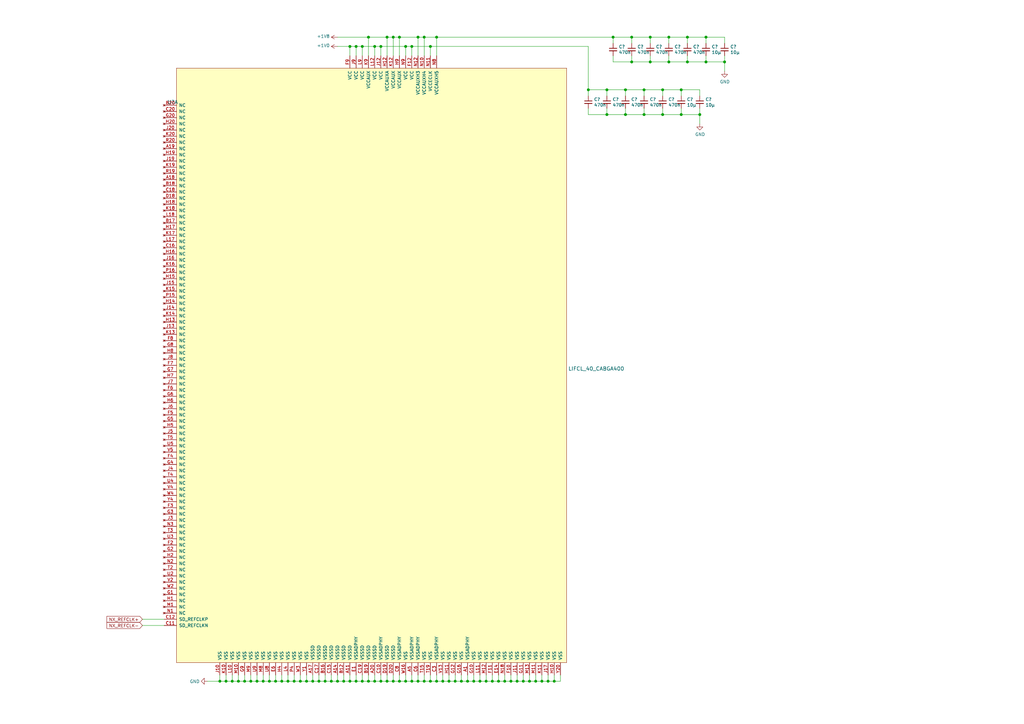
<source format=kicad_sch>
(kicad_sch (version 20210126) (generator eeschema)
  (paper "A3")
  (junction (at 90.17 279.4) (diameter 1.016))
  (junction (at 92.71 279.4) (diameter 1.016))
  (junction (at 95.25 279.4) (diameter 1.016))
  (junction (at 97.79 279.4) (diameter 1.016))
  (junction (at 100.33 279.4) (diameter 1.016))
  (junction (at 102.87 279.4) (diameter 1.016))
  (junction (at 105.41 279.4) (diameter 1.016))
  (junction (at 107.95 279.4) (diameter 1.016))
  (junction (at 110.49 279.4) (diameter 1.016))
  (junction (at 113.03 279.4) (diameter 1.016))
  (junction (at 115.57 279.4) (diameter 1.016))
  (junction (at 118.11 279.4) (diameter 1.016))
  (junction (at 120.65 279.4) (diameter 1.016))
  (junction (at 123.19 279.4) (diameter 1.016))
  (junction (at 125.73 279.4) (diameter 1.016))
  (junction (at 128.27 279.4) (diameter 1.016))
  (junction (at 130.81 279.4) (diameter 1.016))
  (junction (at 133.35 279.4) (diameter 1.016))
  (junction (at 135.89 279.4) (diameter 1.016))
  (junction (at 138.43 279.4) (diameter 1.016))
  (junction (at 140.97 279.4) (diameter 1.016))
  (junction (at 143.51 19.05) (diameter 1.016))
  (junction (at 143.51 279.4) (diameter 1.016))
  (junction (at 146.05 19.05) (diameter 1.016))
  (junction (at 146.05 279.4) (diameter 1.016))
  (junction (at 148.59 19.05) (diameter 1.016))
  (junction (at 148.59 279.4) (diameter 1.016))
  (junction (at 151.13 15.24) (diameter 1.016))
  (junction (at 151.13 279.4) (diameter 1.016))
  (junction (at 153.67 19.05) (diameter 1.016))
  (junction (at 153.67 279.4) (diameter 1.016))
  (junction (at 156.21 19.05) (diameter 1.016))
  (junction (at 156.21 279.4) (diameter 1.016))
  (junction (at 158.75 15.24) (diameter 1.016))
  (junction (at 158.75 279.4) (diameter 1.016))
  (junction (at 161.29 15.24) (diameter 1.016))
  (junction (at 161.29 279.4) (diameter 1.016))
  (junction (at 163.83 15.24) (diameter 1.016))
  (junction (at 163.83 279.4) (diameter 1.016))
  (junction (at 166.37 19.05) (diameter 1.016))
  (junction (at 166.37 279.4) (diameter 1.016))
  (junction (at 168.91 19.05) (diameter 1.016))
  (junction (at 168.91 279.4) (diameter 1.016))
  (junction (at 171.45 15.24) (diameter 1.016))
  (junction (at 171.45 279.4) (diameter 1.016))
  (junction (at 173.99 15.24) (diameter 1.016))
  (junction (at 173.99 279.4) (diameter 1.016))
  (junction (at 176.53 19.05) (diameter 1.016))
  (junction (at 176.53 279.4) (diameter 1.016))
  (junction (at 179.07 15.24) (diameter 1.016))
  (junction (at 179.07 279.4) (diameter 1.016))
  (junction (at 181.61 279.4) (diameter 1.016))
  (junction (at 184.15 279.4) (diameter 1.016))
  (junction (at 186.69 279.4) (diameter 1.016))
  (junction (at 189.23 279.4) (diameter 1.016))
  (junction (at 191.77 279.4) (diameter 1.016))
  (junction (at 194.31 279.4) (diameter 1.016))
  (junction (at 196.85 279.4) (diameter 1.016))
  (junction (at 199.39 279.4) (diameter 1.016))
  (junction (at 201.93 279.4) (diameter 1.016))
  (junction (at 204.47 279.4) (diameter 1.016))
  (junction (at 207.01 279.4) (diameter 1.016))
  (junction (at 209.55 279.4) (diameter 1.016))
  (junction (at 212.09 279.4) (diameter 1.016))
  (junction (at 214.63 279.4) (diameter 1.016))
  (junction (at 217.17 279.4) (diameter 1.016))
  (junction (at 219.71 279.4) (diameter 1.016))
  (junction (at 222.25 279.4) (diameter 1.016))
  (junction (at 224.79 279.4) (diameter 1.016))
  (junction (at 227.33 279.4) (diameter 1.016))
  (junction (at 241.3 36.83) (diameter 1.016))
  (junction (at 248.92 36.83) (diameter 1.016))
  (junction (at 248.92 46.99) (diameter 1.016))
  (junction (at 251.46 15.24) (diameter 1.016))
  (junction (at 256.54 36.83) (diameter 1.016))
  (junction (at 256.54 46.99) (diameter 1.016))
  (junction (at 259.08 15.24) (diameter 1.016))
  (junction (at 259.08 25.4) (diameter 1.016))
  (junction (at 264.16 36.83) (diameter 1.016))
  (junction (at 264.16 46.99) (diameter 1.016))
  (junction (at 266.7 15.24) (diameter 1.016))
  (junction (at 266.7 25.4) (diameter 1.016))
  (junction (at 271.78 36.83) (diameter 1.016))
  (junction (at 271.78 46.99) (diameter 1.016))
  (junction (at 274.32 15.24) (diameter 1.016))
  (junction (at 274.32 25.4) (diameter 1.016))
  (junction (at 279.4 36.83) (diameter 1.016))
  (junction (at 279.4 46.99) (diameter 1.016))
  (junction (at 281.94 15.24) (diameter 1.016))
  (junction (at 281.94 25.4) (diameter 1.016))
  (junction (at 287.02 46.99) (diameter 1.016))
  (junction (at 289.56 15.24) (diameter 1.016))
  (junction (at 289.56 25.4) (diameter 1.016))
  (junction (at 297.18 25.4) (diameter 1.016))
  (wire (pts (xy 58.42 254) (xy 67.31 254)))
  (wire (pts (xy 58.42 256.54) (xy 67.31 256.54)))
  (wire (pts (xy 85.09 279.4) (xy 90.17 279.4)))
  (wire (pts (xy 90.17 276.86) (xy 90.17 279.4)))
  (wire (pts (xy 90.17 279.4) (xy 92.71 279.4)))
  (wire (pts (xy 92.71 276.86) (xy 92.71 279.4)))
  (wire (pts (xy 92.71 279.4) (xy 95.25 279.4)))
  (wire (pts (xy 95.25 276.86) (xy 95.25 279.4)))
  (wire (pts (xy 95.25 279.4) (xy 97.79 279.4)))
  (wire (pts (xy 97.79 276.86) (xy 97.79 279.4)))
  (wire (pts (xy 97.79 279.4) (xy 100.33 279.4)))
  (wire (pts (xy 100.33 276.86) (xy 100.33 279.4)))
  (wire (pts (xy 100.33 279.4) (xy 102.87 279.4)))
  (wire (pts (xy 102.87 276.86) (xy 102.87 279.4)))
  (wire (pts (xy 102.87 279.4) (xy 105.41 279.4)))
  (wire (pts (xy 105.41 276.86) (xy 105.41 279.4)))
  (wire (pts (xy 105.41 279.4) (xy 107.95 279.4)))
  (wire (pts (xy 107.95 276.86) (xy 107.95 279.4)))
  (wire (pts (xy 107.95 279.4) (xy 110.49 279.4)))
  (wire (pts (xy 110.49 276.86) (xy 110.49 279.4)))
  (wire (pts (xy 110.49 279.4) (xy 113.03 279.4)))
  (wire (pts (xy 113.03 276.86) (xy 113.03 279.4)))
  (wire (pts (xy 113.03 279.4) (xy 115.57 279.4)))
  (wire (pts (xy 115.57 276.86) (xy 115.57 279.4)))
  (wire (pts (xy 115.57 279.4) (xy 118.11 279.4)))
  (wire (pts (xy 118.11 276.86) (xy 118.11 279.4)))
  (wire (pts (xy 118.11 279.4) (xy 120.65 279.4)))
  (wire (pts (xy 120.65 276.86) (xy 120.65 279.4)))
  (wire (pts (xy 120.65 279.4) (xy 123.19 279.4)))
  (wire (pts (xy 123.19 276.86) (xy 123.19 279.4)))
  (wire (pts (xy 123.19 279.4) (xy 125.73 279.4)))
  (wire (pts (xy 125.73 276.86) (xy 125.73 279.4)))
  (wire (pts (xy 125.73 279.4) (xy 128.27 279.4)))
  (wire (pts (xy 128.27 276.86) (xy 128.27 279.4)))
  (wire (pts (xy 128.27 279.4) (xy 130.81 279.4)))
  (wire (pts (xy 130.81 276.86) (xy 130.81 279.4)))
  (wire (pts (xy 130.81 279.4) (xy 133.35 279.4)))
  (wire (pts (xy 133.35 276.86) (xy 133.35 279.4)))
  (wire (pts (xy 133.35 279.4) (xy 135.89 279.4)))
  (wire (pts (xy 135.89 276.86) (xy 135.89 279.4)))
  (wire (pts (xy 135.89 279.4) (xy 138.43 279.4)))
  (wire (pts (xy 138.43 15.24) (xy 151.13 15.24)))
  (wire (pts (xy 138.43 19.05) (xy 143.51 19.05)))
  (wire (pts (xy 138.43 276.86) (xy 138.43 279.4)))
  (wire (pts (xy 138.43 279.4) (xy 140.97 279.4)))
  (wire (pts (xy 140.97 276.86) (xy 140.97 279.4)))
  (wire (pts (xy 140.97 279.4) (xy 143.51 279.4)))
  (wire (pts (xy 143.51 19.05) (xy 146.05 19.05)))
  (wire (pts (xy 143.51 22.86) (xy 143.51 19.05)))
  (wire (pts (xy 143.51 276.86) (xy 143.51 279.4)))
  (wire (pts (xy 143.51 279.4) (xy 146.05 279.4)))
  (wire (pts (xy 146.05 19.05) (xy 146.05 22.86)))
  (wire (pts (xy 146.05 19.05) (xy 148.59 19.05)))
  (wire (pts (xy 146.05 276.86) (xy 146.05 279.4)))
  (wire (pts (xy 146.05 279.4) (xy 148.59 279.4)))
  (wire (pts (xy 148.59 19.05) (xy 148.59 22.86)))
  (wire (pts (xy 148.59 19.05) (xy 153.67 19.05)))
  (wire (pts (xy 148.59 276.86) (xy 148.59 279.4)))
  (wire (pts (xy 148.59 279.4) (xy 151.13 279.4)))
  (wire (pts (xy 151.13 15.24) (xy 158.75 15.24)))
  (wire (pts (xy 151.13 22.86) (xy 151.13 15.24)))
  (wire (pts (xy 151.13 276.86) (xy 151.13 279.4)))
  (wire (pts (xy 151.13 279.4) (xy 153.67 279.4)))
  (wire (pts (xy 153.67 19.05) (xy 153.67 22.86)))
  (wire (pts (xy 153.67 19.05) (xy 156.21 19.05)))
  (wire (pts (xy 153.67 276.86) (xy 153.67 279.4)))
  (wire (pts (xy 153.67 279.4) (xy 156.21 279.4)))
  (wire (pts (xy 156.21 19.05) (xy 156.21 22.86)))
  (wire (pts (xy 156.21 19.05) (xy 166.37 19.05)))
  (wire (pts (xy 156.21 276.86) (xy 156.21 279.4)))
  (wire (pts (xy 156.21 279.4) (xy 158.75 279.4)))
  (wire (pts (xy 158.75 15.24) (xy 158.75 22.86)))
  (wire (pts (xy 158.75 15.24) (xy 161.29 15.24)))
  (wire (pts (xy 158.75 276.86) (xy 158.75 279.4)))
  (wire (pts (xy 158.75 279.4) (xy 161.29 279.4)))
  (wire (pts (xy 161.29 15.24) (xy 161.29 22.86)))
  (wire (pts (xy 161.29 15.24) (xy 163.83 15.24)))
  (wire (pts (xy 161.29 276.86) (xy 161.29 279.4)))
  (wire (pts (xy 161.29 279.4) (xy 163.83 279.4)))
  (wire (pts (xy 163.83 15.24) (xy 163.83 22.86)))
  (wire (pts (xy 163.83 15.24) (xy 171.45 15.24)))
  (wire (pts (xy 163.83 276.86) (xy 163.83 279.4)))
  (wire (pts (xy 163.83 279.4) (xy 166.37 279.4)))
  (wire (pts (xy 166.37 19.05) (xy 166.37 22.86)))
  (wire (pts (xy 166.37 19.05) (xy 168.91 19.05)))
  (wire (pts (xy 166.37 276.86) (xy 166.37 279.4)))
  (wire (pts (xy 166.37 279.4) (xy 168.91 279.4)))
  (wire (pts (xy 168.91 19.05) (xy 168.91 22.86)))
  (wire (pts (xy 168.91 19.05) (xy 176.53 19.05)))
  (wire (pts (xy 168.91 276.86) (xy 168.91 279.4)))
  (wire (pts (xy 168.91 279.4) (xy 171.45 279.4)))
  (wire (pts (xy 171.45 15.24) (xy 171.45 22.86)))
  (wire (pts (xy 171.45 15.24) (xy 173.99 15.24)))
  (wire (pts (xy 171.45 276.86) (xy 171.45 279.4)))
  (wire (pts (xy 171.45 279.4) (xy 173.99 279.4)))
  (wire (pts (xy 173.99 15.24) (xy 173.99 22.86)))
  (wire (pts (xy 173.99 15.24) (xy 179.07 15.24)))
  (wire (pts (xy 173.99 276.86) (xy 173.99 279.4)))
  (wire (pts (xy 173.99 279.4) (xy 176.53 279.4)))
  (wire (pts (xy 176.53 19.05) (xy 176.53 22.86)))
  (wire (pts (xy 176.53 19.05) (xy 241.3 19.05)))
  (wire (pts (xy 176.53 276.86) (xy 176.53 279.4)))
  (wire (pts (xy 176.53 279.4) (xy 179.07 279.4)))
  (wire (pts (xy 179.07 15.24) (xy 179.07 22.86)))
  (wire (pts (xy 179.07 15.24) (xy 251.46 15.24)))
  (wire (pts (xy 179.07 276.86) (xy 179.07 279.4)))
  (wire (pts (xy 179.07 279.4) (xy 181.61 279.4)))
  (wire (pts (xy 181.61 276.86) (xy 181.61 279.4)))
  (wire (pts (xy 181.61 279.4) (xy 184.15 279.4)))
  (wire (pts (xy 184.15 276.86) (xy 184.15 279.4)))
  (wire (pts (xy 184.15 279.4) (xy 186.69 279.4)))
  (wire (pts (xy 186.69 276.86) (xy 186.69 279.4)))
  (wire (pts (xy 186.69 279.4) (xy 189.23 279.4)))
  (wire (pts (xy 189.23 276.86) (xy 189.23 279.4)))
  (wire (pts (xy 189.23 279.4) (xy 191.77 279.4)))
  (wire (pts (xy 191.77 276.86) (xy 191.77 279.4)))
  (wire (pts (xy 191.77 279.4) (xy 194.31 279.4)))
  (wire (pts (xy 194.31 276.86) (xy 194.31 279.4)))
  (wire (pts (xy 194.31 279.4) (xy 196.85 279.4)))
  (wire (pts (xy 196.85 276.86) (xy 196.85 279.4)))
  (wire (pts (xy 196.85 279.4) (xy 199.39 279.4)))
  (wire (pts (xy 199.39 276.86) (xy 199.39 279.4)))
  (wire (pts (xy 199.39 279.4) (xy 201.93 279.4)))
  (wire (pts (xy 201.93 276.86) (xy 201.93 279.4)))
  (wire (pts (xy 201.93 279.4) (xy 204.47 279.4)))
  (wire (pts (xy 204.47 276.86) (xy 204.47 279.4)))
  (wire (pts (xy 204.47 279.4) (xy 207.01 279.4)))
  (wire (pts (xy 207.01 276.86) (xy 207.01 279.4)))
  (wire (pts (xy 207.01 279.4) (xy 209.55 279.4)))
  (wire (pts (xy 209.55 276.86) (xy 209.55 279.4)))
  (wire (pts (xy 209.55 279.4) (xy 212.09 279.4)))
  (wire (pts (xy 212.09 276.86) (xy 212.09 279.4)))
  (wire (pts (xy 212.09 279.4) (xy 214.63 279.4)))
  (wire (pts (xy 214.63 276.86) (xy 214.63 279.4)))
  (wire (pts (xy 214.63 279.4) (xy 217.17 279.4)))
  (wire (pts (xy 217.17 276.86) (xy 217.17 279.4)))
  (wire (pts (xy 217.17 279.4) (xy 219.71 279.4)))
  (wire (pts (xy 219.71 276.86) (xy 219.71 279.4)))
  (wire (pts (xy 219.71 279.4) (xy 222.25 279.4)))
  (wire (pts (xy 222.25 276.86) (xy 222.25 279.4)))
  (wire (pts (xy 222.25 279.4) (xy 224.79 279.4)))
  (wire (pts (xy 224.79 276.86) (xy 224.79 279.4)))
  (wire (pts (xy 224.79 279.4) (xy 227.33 279.4)))
  (wire (pts (xy 227.33 276.86) (xy 227.33 279.4)))
  (wire (pts (xy 227.33 279.4) (xy 229.87 279.4)))
  (wire (pts (xy 229.87 279.4) (xy 229.87 276.86)))
  (wire (pts (xy 241.3 19.05) (xy 241.3 36.83)))
  (wire (pts (xy 241.3 36.83) (xy 241.3 39.37)))
  (wire (pts (xy 241.3 36.83) (xy 248.92 36.83)))
  (wire (pts (xy 241.3 46.99) (xy 241.3 44.45)))
  (wire (pts (xy 248.92 36.83) (xy 248.92 39.37)))
  (wire (pts (xy 248.92 36.83) (xy 256.54 36.83)))
  (wire (pts (xy 248.92 44.45) (xy 248.92 46.99)))
  (wire (pts (xy 248.92 46.99) (xy 241.3 46.99)))
  (wire (pts (xy 251.46 15.24) (xy 251.46 17.78)))
  (wire (pts (xy 251.46 15.24) (xy 259.08 15.24)))
  (wire (pts (xy 251.46 25.4) (xy 251.46 22.86)))
  (wire (pts (xy 256.54 36.83) (xy 256.54 39.37)))
  (wire (pts (xy 256.54 36.83) (xy 264.16 36.83)))
  (wire (pts (xy 256.54 44.45) (xy 256.54 46.99)))
  (wire (pts (xy 256.54 46.99) (xy 248.92 46.99)))
  (wire (pts (xy 256.54 46.99) (xy 264.16 46.99)))
  (wire (pts (xy 259.08 15.24) (xy 259.08 17.78)))
  (wire (pts (xy 259.08 15.24) (xy 266.7 15.24)))
  (wire (pts (xy 259.08 22.86) (xy 259.08 25.4)))
  (wire (pts (xy 259.08 25.4) (xy 251.46 25.4)))
  (wire (pts (xy 264.16 36.83) (xy 264.16 39.37)))
  (wire (pts (xy 264.16 44.45) (xy 264.16 46.99)))
  (wire (pts (xy 264.16 46.99) (xy 271.78 46.99)))
  (wire (pts (xy 266.7 15.24) (xy 266.7 17.78)))
  (wire (pts (xy 266.7 15.24) (xy 274.32 15.24)))
  (wire (pts (xy 266.7 22.86) (xy 266.7 25.4)))
  (wire (pts (xy 266.7 25.4) (xy 259.08 25.4)))
  (wire (pts (xy 266.7 25.4) (xy 274.32 25.4)))
  (wire (pts (xy 271.78 36.83) (xy 264.16 36.83)))
  (wire (pts (xy 271.78 36.83) (xy 279.4 36.83)))
  (wire (pts (xy 271.78 39.37) (xy 271.78 36.83)))
  (wire (pts (xy 271.78 44.45) (xy 271.78 46.99)))
  (wire (pts (xy 271.78 46.99) (xy 279.4 46.99)))
  (wire (pts (xy 274.32 15.24) (xy 274.32 17.78)))
  (wire (pts (xy 274.32 22.86) (xy 274.32 25.4)))
  (wire (pts (xy 274.32 25.4) (xy 281.94 25.4)))
  (wire (pts (xy 279.4 36.83) (xy 279.4 39.37)))
  (wire (pts (xy 279.4 36.83) (xy 287.02 36.83)))
  (wire (pts (xy 279.4 44.45) (xy 279.4 46.99)))
  (wire (pts (xy 279.4 46.99) (xy 287.02 46.99)))
  (wire (pts (xy 281.94 15.24) (xy 274.32 15.24)))
  (wire (pts (xy 281.94 15.24) (xy 289.56 15.24)))
  (wire (pts (xy 281.94 17.78) (xy 281.94 15.24)))
  (wire (pts (xy 281.94 22.86) (xy 281.94 25.4)))
  (wire (pts (xy 281.94 25.4) (xy 289.56 25.4)))
  (wire (pts (xy 287.02 36.83) (xy 287.02 39.37)))
  (wire (pts (xy 287.02 44.45) (xy 287.02 46.99)))
  (wire (pts (xy 287.02 46.99) (xy 287.02 50.8)))
  (wire (pts (xy 289.56 15.24) (xy 289.56 17.78)))
  (wire (pts (xy 289.56 15.24) (xy 297.18 15.24)))
  (wire (pts (xy 289.56 22.86) (xy 289.56 25.4)))
  (wire (pts (xy 289.56 25.4) (xy 297.18 25.4)))
  (wire (pts (xy 297.18 15.24) (xy 297.18 17.78)))
  (wire (pts (xy 297.18 22.86) (xy 297.18 25.4)))
  (wire (pts (xy 297.18 25.4) (xy 297.18 29.21)))
  (global_label "NX_REFCLK+" (shape input) (at 58.42 254 180) (property "Intersheet References" "${INTERSHEET_REFS}" (effects hide)))
  (global_label "NX_REFCLK-" (shape input) (at 58.42 256.54 180) (property "Intersheet References" "${INTERSHEET_REFS}" (effects hide)))
  (symbol (lib_id "power:+1V8") (at 138.43 15.24 90) (unit 1)
    (property "Reference" "#PWR?" (effects hide))
    (property "Value" "+1V8" (at 135.2549 14.8717 90) (effects (justify left)))
  )
  (symbol (lib_id "power:+1V0") (at 138.43 19.05 90) (unit 1)
    (property "Reference" "#PWR?" (effects hide))
    (property "Value" "+1V0" (at 135.2549 18.6817 90) (effects (justify left)))
  )
  (symbol (lib_id "power:GND") (at 85.09 279.4 270) (unit 1)
    (property "Reference" "#PWR?" (effects hide))
    (property "Value" "GND" (at 81.915 279.5143 90) (effects (justify right)))
  )
  (symbol (lib_id "power:GND") (at 287.02 50.8 0) (unit 1)
    (property "Reference" "#PWR?" (effects hide))
    (property "Value" "GND" (at 287.1343 55.1244 0))
  )
  (symbol (lib_id "power:GND") (at 297.18 29.21 0) (unit 1)
    (property "Reference" "#PWR?" (effects hide))
    (property "Value" "GND" (at 297.2943 33.5344 0))
  )
  (symbol (lib_id "Device:C_Small") (at 241.3 41.91 0) (unit 1)
    (property "Reference" "C?" (at 243.6242 40.7606 0) (effects (justify left)))
    (property "Value" "470n" (at 243.624 43.059 0) (effects (justify left)))
  )
  (symbol (lib_id "Device:C_Small") (at 248.92 41.91 0) (unit 1)
    (property "Reference" "C?" (at 251.2442 40.7606 0) (effects (justify left)))
    (property "Value" "470n" (at 251.244 43.059 0) (effects (justify left)))
  )
  (symbol (lib_id "Device:C_Small") (at 251.46 20.32 0) (unit 1)
    (property "Reference" "C?" (at 253.7842 19.1706 0) (effects (justify left)))
    (property "Value" "470n" (at 253.784 21.469 0) (effects (justify left)))
  )
  (symbol (lib_id "Device:C_Small") (at 256.54 41.91 0) (unit 1)
    (property "Reference" "C?" (at 258.8642 40.7606 0) (effects (justify left)))
    (property "Value" "470n" (at 258.864 43.059 0) (effects (justify left)))
  )
  (symbol (lib_id "Device:C_Small") (at 259.08 20.32 0) (unit 1)
    (property "Reference" "C?" (at 261.4042 19.1706 0) (effects (justify left)))
    (property "Value" "470n" (at 261.404 21.469 0) (effects (justify left)))
  )
  (symbol (lib_id "Device:C_Small") (at 264.16 41.91 0) (unit 1)
    (property "Reference" "C?" (at 266.4842 40.7606 0) (effects (justify left)))
    (property "Value" "470n" (at 266.484 43.059 0) (effects (justify left)))
  )
  (symbol (lib_id "Device:C_Small") (at 266.7 20.32 0) (unit 1)
    (property "Reference" "C?" (at 269.0242 19.1706 0) (effects (justify left)))
    (property "Value" "470n" (at 269.024 21.469 0) (effects (justify left)))
  )
  (symbol (lib_id "Device:C_Small") (at 271.78 41.91 0) (unit 1)
    (property "Reference" "C?" (at 274.1042 40.7606 0) (effects (justify left)))
    (property "Value" "470n" (at 274.104 43.059 0) (effects (justify left)))
  )
  (symbol (lib_id "Device:C_Small") (at 274.32 20.32 0) (unit 1)
    (property "Reference" "C?" (at 276.6442 19.1706 0) (effects (justify left)))
    (property "Value" "470n" (at 276.644 21.469 0) (effects (justify left)))
  )
  (symbol (lib_id "Device:C_Small") (at 279.4 41.91 0) (unit 1)
    (property "Reference" "C?" (at 281.7242 40.7606 0) (effects (justify left)))
    (property "Value" "10µ" (at 281.724 43.059 0) (effects (justify left)))
  )
  (symbol (lib_id "Device:C_Small") (at 281.94 20.32 0) (unit 1)
    (property "Reference" "C?" (at 284.2642 19.1706 0) (effects (justify left)))
    (property "Value" "470n" (at 284.264 21.469 0) (effects (justify left)))
  )
  (symbol (lib_id "Device:C_Small") (at 287.02 41.91 0) (unit 1)
    (property "Reference" "C?" (at 289.3442 40.7606 0) (effects (justify left)))
    (property "Value" "10µ" (at 289.344 43.059 0) (effects (justify left)))
  )
  (symbol (lib_id "Device:C_Small") (at 289.56 20.32 0) (unit 1)
    (property "Reference" "C?" (at 291.8842 19.1706 0) (effects (justify left)))
    (property "Value" "10µ" (at 291.884 21.469 0) (effects (justify left)))
  )
  (symbol (lib_id "Device:C_Small") (at 297.18 20.32 0) (unit 1)
    (property "Reference" "C?" (at 299.5042 19.1706 0) (effects (justify left)))
    (property "Value" "10µ" (at 299.504 21.469 0) (effects (justify left)))
  )
  (symbol (lib_id "meowality:LIFCL_40_CABGA400") (at 67.31 43.18 0) (unit 1)
    (property "Reference" "U?" (at 68.58 41.91 0) (effects (font (size 1.524 1.524)) (justify left)))
    (property "Value" "LIFCL_40_CABGA400" (at 233.0451 151.2138 0) (effects (font (size 1.524 1.524)) (justify left)))
    (property "manf#" "LIFCL_40" (effects hide))
  )
)
</source>
